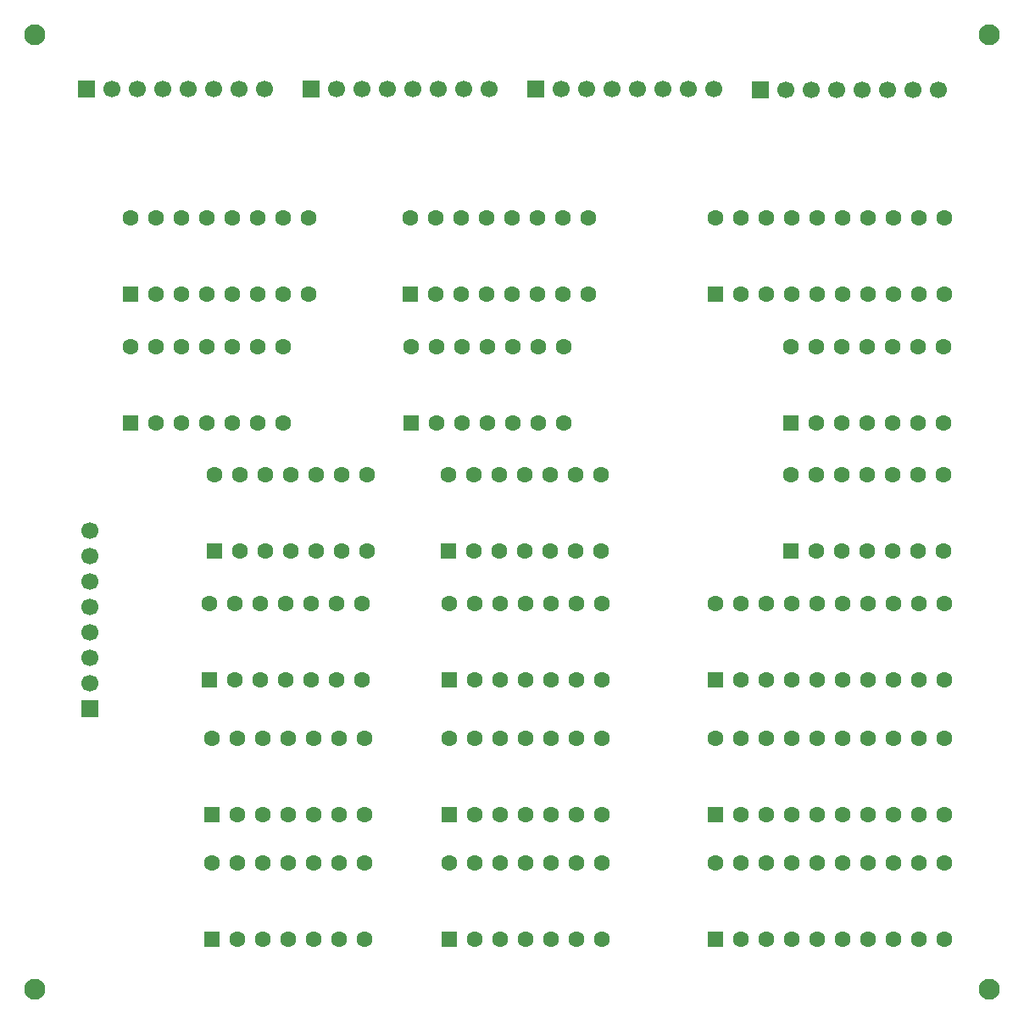
<source format=gbr>
%TF.GenerationSoftware,KiCad,Pcbnew,9.0.6+dfsg-1*%
%TF.CreationDate,2025-12-05T21:57:09+01:00*%
%TF.ProjectId,ALU Modules,414c5520-4d6f-4647-956c-65732e6b6963,1.0*%
%TF.SameCoordinates,Original*%
%TF.FileFunction,Soldermask,Top*%
%TF.FilePolarity,Negative*%
%FSLAX46Y46*%
G04 Gerber Fmt 4.6, Leading zero omitted, Abs format (unit mm)*
G04 Created by KiCad (PCBNEW 9.0.6+dfsg-1) date 2025-12-05 21:57:09*
%MOMM*%
%LPD*%
G01*
G04 APERTURE LIST*
G04 Aperture macros list*
%AMRoundRect*
0 Rectangle with rounded corners*
0 $1 Rounding radius*
0 $2 $3 $4 $5 $6 $7 $8 $9 X,Y pos of 4 corners*
0 Add a 4 corners polygon primitive as box body*
4,1,4,$2,$3,$4,$5,$6,$7,$8,$9,$2,$3,0*
0 Add four circle primitives for the rounded corners*
1,1,$1+$1,$2,$3*
1,1,$1+$1,$4,$5*
1,1,$1+$1,$6,$7*
1,1,$1+$1,$8,$9*
0 Add four rect primitives between the rounded corners*
20,1,$1+$1,$2,$3,$4,$5,0*
20,1,$1+$1,$4,$5,$6,$7,0*
20,1,$1+$1,$6,$7,$8,$9,0*
20,1,$1+$1,$8,$9,$2,$3,0*%
G04 Aperture macros list end*
%ADD10RoundRect,0.250000X0.550000X-0.550000X0.550000X0.550000X-0.550000X0.550000X-0.550000X-0.550000X0*%
%ADD11C,1.600000*%
%ADD12C,2.100000*%
%ADD13R,1.700000X1.700000*%
%ADD14C,1.700000*%
G04 APERTURE END LIST*
D10*
%TO.C,U17*%
X70000000Y-142705000D03*
D11*
X72540000Y-142705000D03*
X75080000Y-142705000D03*
X77620000Y-142705000D03*
X80160000Y-142705000D03*
X82700000Y-142705000D03*
X85240000Y-142705000D03*
X85240000Y-135085000D03*
X82700000Y-135085000D03*
X80160000Y-135085000D03*
X77620000Y-135085000D03*
X75080000Y-135085000D03*
X72540000Y-135085000D03*
X70000000Y-135085000D03*
%TD*%
D10*
%TO.C,U3*%
X89890000Y-91066000D03*
D11*
X92430000Y-91066000D03*
X94970000Y-91066000D03*
X97510000Y-91066000D03*
X100050000Y-91066000D03*
X102590000Y-91066000D03*
X105130000Y-91066000D03*
X105130000Y-83446000D03*
X102590000Y-83446000D03*
X100050000Y-83446000D03*
X97510000Y-83446000D03*
X94970000Y-83446000D03*
X92430000Y-83446000D03*
X89890000Y-83446000D03*
%TD*%
D12*
%TO.C,REF\u002A\u002A*%
X147650000Y-147650000D03*
%TD*%
D10*
%TO.C,U16*%
X93700000Y-142705000D03*
D11*
X96240000Y-142705000D03*
X98780000Y-142705000D03*
X101320000Y-142705000D03*
X103860000Y-142705000D03*
X106400000Y-142705000D03*
X108940000Y-142705000D03*
X108940000Y-135085000D03*
X106400000Y-135085000D03*
X103860000Y-135085000D03*
X101320000Y-135085000D03*
X98780000Y-135085000D03*
X96240000Y-135085000D03*
X93700000Y-135085000D03*
%TD*%
D10*
%TO.C,U14*%
X70000000Y-130210000D03*
D11*
X72540000Y-130210000D03*
X75080000Y-130210000D03*
X77620000Y-130210000D03*
X80160000Y-130210000D03*
X82700000Y-130210000D03*
X85240000Y-130210000D03*
X85240000Y-122590000D03*
X82700000Y-122590000D03*
X80160000Y-122590000D03*
X77620000Y-122590000D03*
X75080000Y-122590000D03*
X72540000Y-122590000D03*
X70000000Y-122590000D03*
%TD*%
D10*
%TO.C,U7*%
X93660000Y-103912000D03*
D11*
X96200000Y-103912000D03*
X98740000Y-103912000D03*
X101280000Y-103912000D03*
X103820000Y-103912000D03*
X106360000Y-103912000D03*
X108900000Y-103912000D03*
X108900000Y-96292000D03*
X106360000Y-96292000D03*
X103820000Y-96292000D03*
X101280000Y-96292000D03*
X98740000Y-96292000D03*
X96200000Y-96292000D03*
X93660000Y-96292000D03*
%TD*%
D12*
%TO.C,REF\u002A\u002A*%
X52350000Y-147650000D03*
%TD*%
D10*
%TO.C,U11*%
X93750000Y-116758000D03*
D11*
X96290000Y-116758000D03*
X98830000Y-116758000D03*
X101370000Y-116758000D03*
X103910000Y-116758000D03*
X106450000Y-116758000D03*
X108990000Y-116758000D03*
X108990000Y-109138000D03*
X106450000Y-109138000D03*
X103910000Y-109138000D03*
X101370000Y-109138000D03*
X98830000Y-109138000D03*
X96290000Y-109138000D03*
X93750000Y-109138000D03*
%TD*%
D10*
%TO.C,U13*%
X93700000Y-130210000D03*
D11*
X96240000Y-130210000D03*
X98780000Y-130210000D03*
X101320000Y-130210000D03*
X103860000Y-130210000D03*
X106400000Y-130210000D03*
X108940000Y-130210000D03*
X108940000Y-122590000D03*
X106400000Y-122590000D03*
X103860000Y-122590000D03*
X101320000Y-122590000D03*
X98780000Y-122590000D03*
X96240000Y-122590000D03*
X93700000Y-122590000D03*
%TD*%
D10*
%TO.C,U10*%
X69770000Y-116758000D03*
D11*
X72310000Y-116758000D03*
X74850000Y-116758000D03*
X77390000Y-116758000D03*
X79930000Y-116758000D03*
X82470000Y-116758000D03*
X85010000Y-116758000D03*
X85010000Y-109138000D03*
X82470000Y-109138000D03*
X79930000Y-109138000D03*
X77390000Y-109138000D03*
X74850000Y-109138000D03*
X72310000Y-109138000D03*
X69770000Y-109138000D03*
%TD*%
D10*
%TO.C,U1*%
X127900000Y-91066000D03*
D11*
X130440000Y-91066000D03*
X132980000Y-91066000D03*
X135520000Y-91066000D03*
X138060000Y-91066000D03*
X140600000Y-91066000D03*
X143140000Y-91066000D03*
X143140000Y-83446000D03*
X140600000Y-83446000D03*
X138060000Y-83446000D03*
X135520000Y-83446000D03*
X132980000Y-83446000D03*
X130440000Y-83446000D03*
X127900000Y-83446000D03*
%TD*%
D10*
%TO.C,U8*%
X127900000Y-103912000D03*
D11*
X130440000Y-103912000D03*
X132980000Y-103912000D03*
X135520000Y-103912000D03*
X138060000Y-103912000D03*
X140600000Y-103912000D03*
X143140000Y-103912000D03*
X143140000Y-96292000D03*
X140600000Y-96292000D03*
X138060000Y-96292000D03*
X135520000Y-96292000D03*
X132980000Y-96292000D03*
X130440000Y-96292000D03*
X127900000Y-96292000D03*
%TD*%
D13*
%TO.C,J1*%
X57800000Y-119630000D03*
D14*
X57800000Y-117090000D03*
X57800000Y-114550000D03*
X57800000Y-112010000D03*
X57800000Y-109470000D03*
X57800000Y-106930000D03*
X57800000Y-104390000D03*
X57800000Y-101850000D03*
%TD*%
D12*
%TO.C,REF\u002A\u002A*%
X52350000Y-52350000D03*
%TD*%
D13*
%TO.C,J3*%
X79910000Y-57785000D03*
D14*
X82450000Y-57785000D03*
X84990000Y-57785000D03*
X87530000Y-57785000D03*
X90070000Y-57785000D03*
X92610000Y-57785000D03*
X95150000Y-57785000D03*
X97690000Y-57785000D03*
%TD*%
D10*
%TO.C,U12*%
X120290000Y-116758000D03*
D11*
X122830000Y-116758000D03*
X125370000Y-116758000D03*
X127910000Y-116758000D03*
X130450000Y-116758000D03*
X132990000Y-116758000D03*
X135530000Y-116758000D03*
X138070000Y-116758000D03*
X140610000Y-116758000D03*
X143150000Y-116758000D03*
X143150000Y-109138000D03*
X140610000Y-109138000D03*
X138070000Y-109138000D03*
X135530000Y-109138000D03*
X132990000Y-109138000D03*
X130450000Y-109138000D03*
X127910000Y-109138000D03*
X125370000Y-109138000D03*
X122830000Y-109138000D03*
X120290000Y-109138000D03*
%TD*%
D10*
%TO.C,U2*%
X61880000Y-91066000D03*
D11*
X64420000Y-91066000D03*
X66960000Y-91066000D03*
X69500000Y-91066000D03*
X72040000Y-91066000D03*
X74580000Y-91066000D03*
X77120000Y-91066000D03*
X77120000Y-83446000D03*
X74580000Y-83446000D03*
X72040000Y-83446000D03*
X69500000Y-83446000D03*
X66960000Y-83446000D03*
X64420000Y-83446000D03*
X61880000Y-83446000D03*
%TD*%
D13*
%TO.C,J2*%
X57510000Y-57785000D03*
D14*
X60050000Y-57785000D03*
X62590000Y-57785000D03*
X65130000Y-57785000D03*
X67670000Y-57785000D03*
X70210000Y-57785000D03*
X72750000Y-57785000D03*
X75290000Y-57785000D03*
%TD*%
D13*
%TO.C,J5*%
X102360000Y-57785000D03*
D14*
X104900000Y-57785000D03*
X107440000Y-57785000D03*
X109980000Y-57785000D03*
X112520000Y-57785000D03*
X115060000Y-57785000D03*
X117600000Y-57785000D03*
X120140000Y-57785000D03*
%TD*%
D12*
%TO.C,REF\u002A\u002A*%
X147650000Y-52350000D03*
%TD*%
D10*
%TO.C,U9*%
X89880000Y-78220000D03*
D11*
X92420000Y-78220000D03*
X94960000Y-78220000D03*
X97500000Y-78220000D03*
X100040000Y-78220000D03*
X102580000Y-78220000D03*
X105120000Y-78220000D03*
X107660000Y-78220000D03*
X107660000Y-70600000D03*
X105120000Y-70600000D03*
X102580000Y-70600000D03*
X100040000Y-70600000D03*
X97500000Y-70600000D03*
X94960000Y-70600000D03*
X92420000Y-70600000D03*
X89880000Y-70600000D03*
%TD*%
D10*
%TO.C,U18*%
X120290000Y-142705000D03*
D11*
X122830000Y-142705000D03*
X125370000Y-142705000D03*
X127910000Y-142705000D03*
X130450000Y-142705000D03*
X132990000Y-142705000D03*
X135530000Y-142705000D03*
X138070000Y-142705000D03*
X140610000Y-142705000D03*
X143150000Y-142705000D03*
X143150000Y-135085000D03*
X140610000Y-135085000D03*
X138070000Y-135085000D03*
X135530000Y-135085000D03*
X132990000Y-135085000D03*
X130450000Y-135085000D03*
X127910000Y-135085000D03*
X125370000Y-135085000D03*
X122830000Y-135085000D03*
X120290000Y-135085000D03*
%TD*%
D10*
%TO.C,U15*%
X120290000Y-130210000D03*
D11*
X122830000Y-130210000D03*
X125370000Y-130210000D03*
X127910000Y-130210000D03*
X130450000Y-130210000D03*
X132990000Y-130210000D03*
X135530000Y-130210000D03*
X138070000Y-130210000D03*
X140610000Y-130210000D03*
X143150000Y-130210000D03*
X143150000Y-122590000D03*
X140610000Y-122590000D03*
X138070000Y-122590000D03*
X135530000Y-122590000D03*
X132990000Y-122590000D03*
X130450000Y-122590000D03*
X127910000Y-122590000D03*
X125370000Y-122590000D03*
X122830000Y-122590000D03*
X120290000Y-122590000D03*
%TD*%
D10*
%TO.C,U4*%
X70280000Y-103912000D03*
D11*
X72820000Y-103912000D03*
X75360000Y-103912000D03*
X77900000Y-103912000D03*
X80440000Y-103912000D03*
X82980000Y-103912000D03*
X85520000Y-103912000D03*
X85520000Y-96292000D03*
X82980000Y-96292000D03*
X80440000Y-96292000D03*
X77900000Y-96292000D03*
X75360000Y-96292000D03*
X72820000Y-96292000D03*
X70280000Y-96292000D03*
%TD*%
D10*
%TO.C,U6*%
X120290000Y-78220000D03*
D11*
X122830000Y-78220000D03*
X125370000Y-78220000D03*
X127910000Y-78220000D03*
X130450000Y-78220000D03*
X132990000Y-78220000D03*
X135530000Y-78220000D03*
X138070000Y-78220000D03*
X140610000Y-78220000D03*
X143150000Y-78220000D03*
X143150000Y-70600000D03*
X140610000Y-70600000D03*
X138070000Y-70600000D03*
X135530000Y-70600000D03*
X132990000Y-70600000D03*
X130450000Y-70600000D03*
X127910000Y-70600000D03*
X125370000Y-70600000D03*
X122830000Y-70600000D03*
X120290000Y-70600000D03*
%TD*%
D13*
%TO.C,J4*%
X124800000Y-57800000D03*
D14*
X127340000Y-57800000D03*
X129880000Y-57800000D03*
X132420000Y-57800000D03*
X134960000Y-57800000D03*
X137500000Y-57800000D03*
X140040000Y-57800000D03*
X142580000Y-57800000D03*
%TD*%
D10*
%TO.C,U5*%
X61870000Y-78220000D03*
D11*
X64410000Y-78220000D03*
X66950000Y-78220000D03*
X69490000Y-78220000D03*
X72030000Y-78220000D03*
X74570000Y-78220000D03*
X77110000Y-78220000D03*
X79650000Y-78220000D03*
X79650000Y-70600000D03*
X77110000Y-70600000D03*
X74570000Y-70600000D03*
X72030000Y-70600000D03*
X69490000Y-70600000D03*
X66950000Y-70600000D03*
X64410000Y-70600000D03*
X61870000Y-70600000D03*
%TD*%
M02*

</source>
